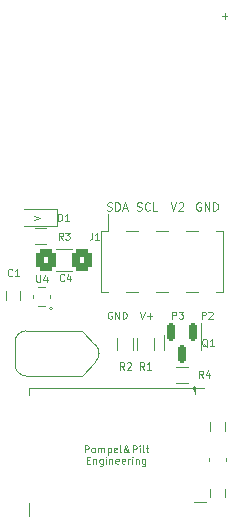
<source format=gbr>
%TF.GenerationSoftware,KiCad,Pcbnew,(6.0.0)*%
%TF.CreationDate,2022-02-13T23:40:39+01:00*%
%TF.ProjectId,LoraTrigger,4c6f7261-5472-4696-9767-65722e6b6963,rev?*%
%TF.SameCoordinates,Original*%
%TF.FileFunction,Legend,Top*%
%TF.FilePolarity,Positive*%
%FSLAX46Y46*%
G04 Gerber Fmt 4.6, Leading zero omitted, Abs format (unit mm)*
G04 Created by KiCad (PCBNEW (6.0.0)) date 2022-02-13 23:40:39*
%MOMM*%
%LPD*%
G01*
G04 APERTURE LIST*
G04 Aperture macros list*
%AMRoundRect*
0 Rectangle with rounded corners*
0 $1 Rounding radius*
0 $2 $3 $4 $5 $6 $7 $8 $9 X,Y pos of 4 corners*
0 Add a 4 corners polygon primitive as box body*
4,1,4,$2,$3,$4,$5,$6,$7,$8,$9,$2,$3,0*
0 Add four circle primitives for the rounded corners*
1,1,$1+$1,$2,$3*
1,1,$1+$1,$4,$5*
1,1,$1+$1,$6,$7*
1,1,$1+$1,$8,$9*
0 Add four rect primitives between the rounded corners*
20,1,$1+$1,$2,$3,$4,$5,0*
20,1,$1+$1,$4,$5,$6,$7,0*
20,1,$1+$1,$6,$7,$8,$9,0*
20,1,$1+$1,$8,$9,$2,$3,0*%
G04 Aperture macros list end*
%ADD10C,0.100000*%
%ADD11C,0.120000*%
%ADD12C,0.985520*%
%ADD13C,0.988060*%
%ADD14RoundRect,0.320754X0.529246X0.579246X-0.529246X0.579246X-0.529246X-0.579246X0.529246X-0.579246X0*%
%ADD15R,1.498600X0.698500*%
%ADD16RoundRect,0.150000X-0.150000X0.587500X-0.150000X-0.587500X0.150000X-0.587500X0.150000X0.587500X0*%
%ADD17R,1.200000X1.200000*%
%ADD18R,0.700000X0.900000*%
%ADD19R,0.900000X0.700000*%
%ADD20R,0.750000X0.900000*%
%ADD21R,1.000000X3.000000*%
%ADD22C,0.784860*%
%ADD23R,1.100000X0.300000*%
%ADD24R,1.200000X0.800000*%
G04 APERTURE END LIST*
D10*
X103241421Y-64500000D02*
G75*
G03*
X103241421Y-64500000I-141421J0D01*
G01*
X115766666Y-55550000D02*
X115700000Y-55516666D01*
X115600000Y-55516666D01*
X115500000Y-55550000D01*
X115433333Y-55616666D01*
X115400000Y-55683333D01*
X115366666Y-55816666D01*
X115366666Y-55916666D01*
X115400000Y-56050000D01*
X115433333Y-56116666D01*
X115500000Y-56183333D01*
X115600000Y-56216666D01*
X115666666Y-56216666D01*
X115766666Y-56183333D01*
X115800000Y-56150000D01*
X115800000Y-55916666D01*
X115666666Y-55916666D01*
X116100000Y-56216666D02*
X116100000Y-55516666D01*
X116500000Y-56216666D01*
X116500000Y-55516666D01*
X116833333Y-56216666D02*
X116833333Y-55516666D01*
X117000000Y-55516666D01*
X117100000Y-55550000D01*
X117166666Y-55616666D01*
X117200000Y-55683333D01*
X117233333Y-55816666D01*
X117233333Y-55916666D01*
X117200000Y-56050000D01*
X117166666Y-56116666D01*
X117100000Y-56183333D01*
X117000000Y-56216666D01*
X116833333Y-56216666D01*
X117571428Y-39742857D02*
X118028571Y-39742857D01*
X117800000Y-39971428D02*
X117800000Y-39514285D01*
X110628571Y-64771428D02*
X110828571Y-65371428D01*
X111028571Y-64771428D01*
X111228571Y-65142857D02*
X111685714Y-65142857D01*
X111457142Y-65371428D02*
X111457142Y-64914285D01*
X101671428Y-56671428D02*
X102128571Y-56842857D01*
X101671428Y-57014285D01*
X105942857Y-76688428D02*
X105942857Y-76088428D01*
X106171428Y-76088428D01*
X106228571Y-76117000D01*
X106257142Y-76145571D01*
X106285714Y-76202714D01*
X106285714Y-76288428D01*
X106257142Y-76345571D01*
X106228571Y-76374142D01*
X106171428Y-76402714D01*
X105942857Y-76402714D01*
X106628571Y-76688428D02*
X106571428Y-76659857D01*
X106542857Y-76631285D01*
X106514285Y-76574142D01*
X106514285Y-76402714D01*
X106542857Y-76345571D01*
X106571428Y-76317000D01*
X106628571Y-76288428D01*
X106714285Y-76288428D01*
X106771428Y-76317000D01*
X106800000Y-76345571D01*
X106828571Y-76402714D01*
X106828571Y-76574142D01*
X106800000Y-76631285D01*
X106771428Y-76659857D01*
X106714285Y-76688428D01*
X106628571Y-76688428D01*
X107085714Y-76688428D02*
X107085714Y-76288428D01*
X107085714Y-76345571D02*
X107114285Y-76317000D01*
X107171428Y-76288428D01*
X107257142Y-76288428D01*
X107314285Y-76317000D01*
X107342857Y-76374142D01*
X107342857Y-76688428D01*
X107342857Y-76374142D02*
X107371428Y-76317000D01*
X107428571Y-76288428D01*
X107514285Y-76288428D01*
X107571428Y-76317000D01*
X107600000Y-76374142D01*
X107600000Y-76688428D01*
X107885714Y-76288428D02*
X107885714Y-76888428D01*
X107885714Y-76317000D02*
X107942857Y-76288428D01*
X108057142Y-76288428D01*
X108114285Y-76317000D01*
X108142857Y-76345571D01*
X108171428Y-76402714D01*
X108171428Y-76574142D01*
X108142857Y-76631285D01*
X108114285Y-76659857D01*
X108057142Y-76688428D01*
X107942857Y-76688428D01*
X107885714Y-76659857D01*
X108657142Y-76659857D02*
X108600000Y-76688428D01*
X108485714Y-76688428D01*
X108428571Y-76659857D01*
X108400000Y-76602714D01*
X108400000Y-76374142D01*
X108428571Y-76317000D01*
X108485714Y-76288428D01*
X108600000Y-76288428D01*
X108657142Y-76317000D01*
X108685714Y-76374142D01*
X108685714Y-76431285D01*
X108400000Y-76488428D01*
X109028571Y-76688428D02*
X108971428Y-76659857D01*
X108942857Y-76602714D01*
X108942857Y-76088428D01*
X109742857Y-76688428D02*
X109714285Y-76688428D01*
X109657142Y-76659857D01*
X109571428Y-76574142D01*
X109428571Y-76402714D01*
X109371428Y-76317000D01*
X109342857Y-76231285D01*
X109342857Y-76174142D01*
X109371428Y-76117000D01*
X109428571Y-76088428D01*
X109457142Y-76088428D01*
X109514285Y-76117000D01*
X109542857Y-76174142D01*
X109542857Y-76202714D01*
X109514285Y-76259857D01*
X109485714Y-76288428D01*
X109314285Y-76402714D01*
X109285714Y-76431285D01*
X109257142Y-76488428D01*
X109257142Y-76574142D01*
X109285714Y-76631285D01*
X109314285Y-76659857D01*
X109371428Y-76688428D01*
X109457142Y-76688428D01*
X109514285Y-76659857D01*
X109542857Y-76631285D01*
X109628571Y-76517000D01*
X109657142Y-76431285D01*
X109657142Y-76374142D01*
X110000000Y-76688428D02*
X110000000Y-76088428D01*
X110228571Y-76088428D01*
X110285714Y-76117000D01*
X110314285Y-76145571D01*
X110342857Y-76202714D01*
X110342857Y-76288428D01*
X110314285Y-76345571D01*
X110285714Y-76374142D01*
X110228571Y-76402714D01*
X110000000Y-76402714D01*
X110600000Y-76688428D02*
X110600000Y-76288428D01*
X110600000Y-76088428D02*
X110571428Y-76117000D01*
X110600000Y-76145571D01*
X110628571Y-76117000D01*
X110600000Y-76088428D01*
X110600000Y-76145571D01*
X110971428Y-76688428D02*
X110914285Y-76659857D01*
X110885714Y-76602714D01*
X110885714Y-76088428D01*
X111114285Y-76288428D02*
X111342857Y-76288428D01*
X111200000Y-76088428D02*
X111200000Y-76602714D01*
X111228571Y-76659857D01*
X111285714Y-76688428D01*
X111342857Y-76688428D01*
X106128571Y-77340142D02*
X106328571Y-77340142D01*
X106414285Y-77654428D02*
X106128571Y-77654428D01*
X106128571Y-77054428D01*
X106414285Y-77054428D01*
X106671428Y-77254428D02*
X106671428Y-77654428D01*
X106671428Y-77311571D02*
X106700000Y-77283000D01*
X106757142Y-77254428D01*
X106842857Y-77254428D01*
X106900000Y-77283000D01*
X106928571Y-77340142D01*
X106928571Y-77654428D01*
X107471428Y-77254428D02*
X107471428Y-77740142D01*
X107442857Y-77797285D01*
X107414285Y-77825857D01*
X107357142Y-77854428D01*
X107271428Y-77854428D01*
X107214285Y-77825857D01*
X107471428Y-77625857D02*
X107414285Y-77654428D01*
X107300000Y-77654428D01*
X107242857Y-77625857D01*
X107214285Y-77597285D01*
X107185714Y-77540142D01*
X107185714Y-77368714D01*
X107214285Y-77311571D01*
X107242857Y-77283000D01*
X107300000Y-77254428D01*
X107414285Y-77254428D01*
X107471428Y-77283000D01*
X107757142Y-77654428D02*
X107757142Y-77254428D01*
X107757142Y-77054428D02*
X107728571Y-77083000D01*
X107757142Y-77111571D01*
X107785714Y-77083000D01*
X107757142Y-77054428D01*
X107757142Y-77111571D01*
X108042857Y-77254428D02*
X108042857Y-77654428D01*
X108042857Y-77311571D02*
X108071428Y-77283000D01*
X108128571Y-77254428D01*
X108214285Y-77254428D01*
X108271428Y-77283000D01*
X108300000Y-77340142D01*
X108300000Y-77654428D01*
X108814285Y-77625857D02*
X108757142Y-77654428D01*
X108642857Y-77654428D01*
X108585714Y-77625857D01*
X108557142Y-77568714D01*
X108557142Y-77340142D01*
X108585714Y-77283000D01*
X108642857Y-77254428D01*
X108757142Y-77254428D01*
X108814285Y-77283000D01*
X108842857Y-77340142D01*
X108842857Y-77397285D01*
X108557142Y-77454428D01*
X109328571Y-77625857D02*
X109271428Y-77654428D01*
X109157142Y-77654428D01*
X109100000Y-77625857D01*
X109071428Y-77568714D01*
X109071428Y-77340142D01*
X109100000Y-77283000D01*
X109157142Y-77254428D01*
X109271428Y-77254428D01*
X109328571Y-77283000D01*
X109357142Y-77340142D01*
X109357142Y-77397285D01*
X109071428Y-77454428D01*
X109614285Y-77654428D02*
X109614285Y-77254428D01*
X109614285Y-77368714D02*
X109642857Y-77311571D01*
X109671428Y-77283000D01*
X109728571Y-77254428D01*
X109785714Y-77254428D01*
X109985714Y-77654428D02*
X109985714Y-77254428D01*
X109985714Y-77054428D02*
X109957142Y-77083000D01*
X109985714Y-77111571D01*
X110014285Y-77083000D01*
X109985714Y-77054428D01*
X109985714Y-77111571D01*
X110271428Y-77254428D02*
X110271428Y-77654428D01*
X110271428Y-77311571D02*
X110300000Y-77283000D01*
X110357142Y-77254428D01*
X110442857Y-77254428D01*
X110500000Y-77283000D01*
X110528571Y-77340142D01*
X110528571Y-77654428D01*
X111071428Y-77254428D02*
X111071428Y-77740142D01*
X111042857Y-77797285D01*
X111014285Y-77825857D01*
X110957142Y-77854428D01*
X110871428Y-77854428D01*
X110814285Y-77825857D01*
X111071428Y-77625857D02*
X111014285Y-77654428D01*
X110900000Y-77654428D01*
X110842857Y-77625857D01*
X110814285Y-77597285D01*
X110785714Y-77540142D01*
X110785714Y-77368714D01*
X110814285Y-77311571D01*
X110842857Y-77283000D01*
X110900000Y-77254428D01*
X111014285Y-77254428D01*
X111071428Y-77283000D01*
X108242857Y-64800000D02*
X108185714Y-64771428D01*
X108100000Y-64771428D01*
X108014285Y-64800000D01*
X107957142Y-64857142D01*
X107928571Y-64914285D01*
X107900000Y-65028571D01*
X107900000Y-65114285D01*
X107928571Y-65228571D01*
X107957142Y-65285714D01*
X108014285Y-65342857D01*
X108100000Y-65371428D01*
X108157142Y-65371428D01*
X108242857Y-65342857D01*
X108271428Y-65314285D01*
X108271428Y-65114285D01*
X108157142Y-65114285D01*
X108528571Y-65371428D02*
X108528571Y-64771428D01*
X108871428Y-65371428D01*
X108871428Y-64771428D01*
X109157142Y-65371428D02*
X109157142Y-64771428D01*
X109300000Y-64771428D01*
X109385714Y-64800000D01*
X109442857Y-64857142D01*
X109471428Y-64914285D01*
X109500000Y-65028571D01*
X109500000Y-65114285D01*
X109471428Y-65228571D01*
X109442857Y-65285714D01*
X109385714Y-65342857D01*
X109300000Y-65371428D01*
X109157142Y-65371428D01*
X115857142Y-65371428D02*
X115857142Y-64771428D01*
X116085714Y-64771428D01*
X116142857Y-64800000D01*
X116171428Y-64828571D01*
X116200000Y-64885714D01*
X116200000Y-64971428D01*
X116171428Y-65028571D01*
X116142857Y-65057142D01*
X116085714Y-65085714D01*
X115857142Y-65085714D01*
X116428571Y-64828571D02*
X116457142Y-64800000D01*
X116514285Y-64771428D01*
X116657142Y-64771428D01*
X116714285Y-64800000D01*
X116742857Y-64828571D01*
X116771428Y-64885714D01*
X116771428Y-64942857D01*
X116742857Y-65028571D01*
X116400000Y-65371428D01*
X116771428Y-65371428D01*
X110366666Y-56183333D02*
X110466666Y-56216666D01*
X110633333Y-56216666D01*
X110700000Y-56183333D01*
X110733333Y-56150000D01*
X110766666Y-56083333D01*
X110766666Y-56016666D01*
X110733333Y-55950000D01*
X110700000Y-55916666D01*
X110633333Y-55883333D01*
X110500000Y-55850000D01*
X110433333Y-55816666D01*
X110400000Y-55783333D01*
X110366666Y-55716666D01*
X110366666Y-55650000D01*
X110400000Y-55583333D01*
X110433333Y-55550000D01*
X110500000Y-55516666D01*
X110666666Y-55516666D01*
X110766666Y-55550000D01*
X111466666Y-56150000D02*
X111433333Y-56183333D01*
X111333333Y-56216666D01*
X111266666Y-56216666D01*
X111166666Y-56183333D01*
X111100000Y-56116666D01*
X111066666Y-56050000D01*
X111033333Y-55916666D01*
X111033333Y-55816666D01*
X111066666Y-55683333D01*
X111100000Y-55616666D01*
X111166666Y-55550000D01*
X111266666Y-55516666D01*
X111333333Y-55516666D01*
X111433333Y-55550000D01*
X111466666Y-55583333D01*
X112100000Y-56216666D02*
X111766666Y-56216666D01*
X111766666Y-55516666D01*
X113357142Y-65371428D02*
X113357142Y-64771428D01*
X113585714Y-64771428D01*
X113642857Y-64800000D01*
X113671428Y-64828571D01*
X113700000Y-64885714D01*
X113700000Y-64971428D01*
X113671428Y-65028571D01*
X113642857Y-65057142D01*
X113585714Y-65085714D01*
X113357142Y-65085714D01*
X113900000Y-64771428D02*
X114271428Y-64771428D01*
X114071428Y-65000000D01*
X114157142Y-65000000D01*
X114214285Y-65028571D01*
X114242857Y-65057142D01*
X114271428Y-65114285D01*
X114271428Y-65257142D01*
X114242857Y-65314285D01*
X114214285Y-65342857D01*
X114157142Y-65371428D01*
X113985714Y-65371428D01*
X113928571Y-65342857D01*
X113900000Y-65314285D01*
X113233333Y-55516666D02*
X113466666Y-56216666D01*
X113700000Y-55516666D01*
X113900000Y-55583333D02*
X113933333Y-55550000D01*
X114000000Y-55516666D01*
X114166666Y-55516666D01*
X114233333Y-55550000D01*
X114266666Y-55583333D01*
X114300000Y-55650000D01*
X114300000Y-55716666D01*
X114266666Y-55816666D01*
X113866666Y-56216666D01*
X114300000Y-56216666D01*
X107850000Y-56183333D02*
X107950000Y-56216666D01*
X108116666Y-56216666D01*
X108183333Y-56183333D01*
X108216666Y-56150000D01*
X108250000Y-56083333D01*
X108250000Y-56016666D01*
X108216666Y-55950000D01*
X108183333Y-55916666D01*
X108116666Y-55883333D01*
X107983333Y-55850000D01*
X107916666Y-55816666D01*
X107883333Y-55783333D01*
X107850000Y-55716666D01*
X107850000Y-55650000D01*
X107883333Y-55583333D01*
X107916666Y-55550000D01*
X107983333Y-55516666D01*
X108150000Y-55516666D01*
X108250000Y-55550000D01*
X108550000Y-56216666D02*
X108550000Y-55516666D01*
X108716666Y-55516666D01*
X108816666Y-55550000D01*
X108883333Y-55616666D01*
X108916666Y-55683333D01*
X108950000Y-55816666D01*
X108950000Y-55916666D01*
X108916666Y-56050000D01*
X108883333Y-56116666D01*
X108816666Y-56183333D01*
X108716666Y-56216666D01*
X108550000Y-56216666D01*
X109216666Y-56016666D02*
X109550000Y-56016666D01*
X109150000Y-56216666D02*
X109383333Y-55516666D01*
X109616666Y-56216666D01*
X104200000Y-62114285D02*
X104171428Y-62142857D01*
X104085714Y-62171428D01*
X104028571Y-62171428D01*
X103942857Y-62142857D01*
X103885714Y-62085714D01*
X103857142Y-62028571D01*
X103828571Y-61914285D01*
X103828571Y-61828571D01*
X103857142Y-61714285D01*
X103885714Y-61657142D01*
X103942857Y-61600000D01*
X104028571Y-61571428D01*
X104085714Y-61571428D01*
X104171428Y-61600000D01*
X104200000Y-61628571D01*
X104714285Y-61771428D02*
X104714285Y-62171428D01*
X104571428Y-61542857D02*
X104428571Y-61971428D01*
X104800000Y-61971428D01*
X116342857Y-67728571D02*
X116285714Y-67700000D01*
X116228571Y-67642857D01*
X116142857Y-67557142D01*
X116085714Y-67528571D01*
X116028571Y-67528571D01*
X116057142Y-67671428D02*
X116000000Y-67642857D01*
X115942857Y-67585714D01*
X115914285Y-67471428D01*
X115914285Y-67271428D01*
X115942857Y-67157142D01*
X116000000Y-67100000D01*
X116057142Y-67071428D01*
X116171428Y-67071428D01*
X116228571Y-67100000D01*
X116285714Y-67157142D01*
X116314285Y-67271428D01*
X116314285Y-67471428D01*
X116285714Y-67585714D01*
X116228571Y-67642857D01*
X116171428Y-67671428D01*
X116057142Y-67671428D01*
X116885714Y-67671428D02*
X116542857Y-67671428D01*
X116714285Y-67671428D02*
X116714285Y-67071428D01*
X116657142Y-67157142D01*
X116600000Y-67214285D01*
X116542857Y-67242857D01*
X103707142Y-57071428D02*
X103707142Y-56471428D01*
X103850000Y-56471428D01*
X103935714Y-56500000D01*
X103992857Y-56557142D01*
X104021428Y-56614285D01*
X104050000Y-56728571D01*
X104050000Y-56814285D01*
X104021428Y-56928571D01*
X103992857Y-56985714D01*
X103935714Y-57042857D01*
X103850000Y-57071428D01*
X103707142Y-57071428D01*
X104621428Y-57071428D02*
X104278571Y-57071428D01*
X104450000Y-57071428D02*
X104450000Y-56471428D01*
X104392857Y-56557142D01*
X104335714Y-56614285D01*
X104278571Y-56642857D01*
X104100000Y-58671428D02*
X103900000Y-58385714D01*
X103757142Y-58671428D02*
X103757142Y-58071428D01*
X103985714Y-58071428D01*
X104042857Y-58100000D01*
X104071428Y-58128571D01*
X104100000Y-58185714D01*
X104100000Y-58271428D01*
X104071428Y-58328571D01*
X104042857Y-58357142D01*
X103985714Y-58385714D01*
X103757142Y-58385714D01*
X104300000Y-58071428D02*
X104671428Y-58071428D01*
X104471428Y-58300000D01*
X104557142Y-58300000D01*
X104614285Y-58328571D01*
X104642857Y-58357142D01*
X104671428Y-58414285D01*
X104671428Y-58557142D01*
X104642857Y-58614285D01*
X104614285Y-58642857D01*
X104557142Y-58671428D01*
X104385714Y-58671428D01*
X104328571Y-58642857D01*
X104300000Y-58614285D01*
X111000000Y-69671428D02*
X110800000Y-69385714D01*
X110657142Y-69671428D02*
X110657142Y-69071428D01*
X110885714Y-69071428D01*
X110942857Y-69100000D01*
X110971428Y-69128571D01*
X111000000Y-69185714D01*
X111000000Y-69271428D01*
X110971428Y-69328571D01*
X110942857Y-69357142D01*
X110885714Y-69385714D01*
X110657142Y-69385714D01*
X111571428Y-69671428D02*
X111228571Y-69671428D01*
X111400000Y-69671428D02*
X111400000Y-69071428D01*
X111342857Y-69157142D01*
X111285714Y-69214285D01*
X111228571Y-69242857D01*
X109300000Y-69671428D02*
X109100000Y-69385714D01*
X108957142Y-69671428D02*
X108957142Y-69071428D01*
X109185714Y-69071428D01*
X109242857Y-69100000D01*
X109271428Y-69128571D01*
X109300000Y-69185714D01*
X109300000Y-69271428D01*
X109271428Y-69328571D01*
X109242857Y-69357142D01*
X109185714Y-69385714D01*
X108957142Y-69385714D01*
X109528571Y-69128571D02*
X109557142Y-69100000D01*
X109614285Y-69071428D01*
X109757142Y-69071428D01*
X109814285Y-69100000D01*
X109842857Y-69128571D01*
X109871428Y-69185714D01*
X109871428Y-69242857D01*
X109842857Y-69328571D01*
X109500000Y-69671428D01*
X109871428Y-69671428D01*
X116000000Y-70371428D02*
X115800000Y-70085714D01*
X115657142Y-70371428D02*
X115657142Y-69771428D01*
X115885714Y-69771428D01*
X115942857Y-69800000D01*
X115971428Y-69828571D01*
X116000000Y-69885714D01*
X116000000Y-69971428D01*
X115971428Y-70028571D01*
X115942857Y-70057142D01*
X115885714Y-70085714D01*
X115657142Y-70085714D01*
X116514285Y-69971428D02*
X116514285Y-70371428D01*
X116371428Y-69742857D02*
X116228571Y-70171428D01*
X116600000Y-70171428D01*
X106600000Y-58071428D02*
X106600000Y-58500000D01*
X106571428Y-58585714D01*
X106514285Y-58642857D01*
X106428571Y-58671428D01*
X106371428Y-58671428D01*
X107200000Y-58671428D02*
X106857142Y-58671428D01*
X107028571Y-58671428D02*
X107028571Y-58071428D01*
X106971428Y-58157142D01*
X106914285Y-58214285D01*
X106857142Y-58242857D01*
X101842857Y-61671428D02*
X101842857Y-62157142D01*
X101871428Y-62214285D01*
X101900000Y-62242857D01*
X101957142Y-62271428D01*
X102071428Y-62271428D01*
X102128571Y-62242857D01*
X102157142Y-62214285D01*
X102185714Y-62157142D01*
X102185714Y-61671428D01*
X102728571Y-61871428D02*
X102728571Y-62271428D01*
X102585714Y-61642857D02*
X102442857Y-62071428D01*
X102814285Y-62071428D01*
X99800000Y-61714285D02*
X99771428Y-61742857D01*
X99685714Y-61771428D01*
X99628571Y-61771428D01*
X99542857Y-61742857D01*
X99485714Y-61685714D01*
X99457142Y-61628571D01*
X99428571Y-61514285D01*
X99428571Y-61428571D01*
X99457142Y-61314285D01*
X99485714Y-61257142D01*
X99542857Y-61200000D01*
X99628571Y-61171428D01*
X99685714Y-61171428D01*
X99771428Y-61200000D01*
X99800000Y-61228571D01*
X100371428Y-61771428D02*
X100028571Y-61771428D01*
X100200000Y-61771428D02*
X100200000Y-61171428D01*
X100142857Y-61257142D01*
X100085714Y-61314285D01*
X100028571Y-61342857D01*
D11*
X104911252Y-61310000D02*
X103488748Y-61310000D01*
X104911252Y-59490000D02*
X103488748Y-59490000D01*
D10*
X101242280Y-71845210D02*
X101242280Y-71263550D01*
X101247360Y-82055930D02*
X101247360Y-80979050D01*
X102644360Y-71255930D02*
X115242760Y-71255930D01*
X102644360Y-71255930D02*
X102644360Y-71255930D01*
X115242760Y-80854590D02*
X116240980Y-80854590D01*
X101244820Y-71255930D02*
X115242760Y-71255930D01*
X115242760Y-71106070D02*
X115242760Y-71255930D01*
X115242760Y-71509930D02*
X115242760Y-71405790D01*
X115242760Y-71255930D02*
X115242760Y-71255930D01*
X115242760Y-71255930D02*
X102644360Y-71255930D01*
X115242760Y-71405790D02*
X115242760Y-71255930D01*
X116040320Y-71255930D02*
X115242760Y-71255930D01*
X115247840Y-71258470D02*
X115247840Y-71776630D01*
X115242760Y-71405790D02*
G75*
G03*
X115242760Y-71106070I0J149860D01*
G01*
X115242760Y-71106070D02*
G75*
G03*
X115242760Y-71405790I0J-149860D01*
G01*
D11*
X112640000Y-67400000D02*
X112640000Y-68050000D01*
X112640000Y-67400000D02*
X112640000Y-66750000D01*
X115760000Y-67400000D02*
X115760000Y-68050000D01*
X115760000Y-67400000D02*
X115760000Y-65725000D01*
D10*
X103600000Y-56100000D02*
X100800000Y-56100000D01*
X103600000Y-57500000D02*
X103600000Y-56100000D01*
X103600000Y-57500000D02*
X100800000Y-57500000D01*
X102700000Y-59080000D02*
X101700000Y-59080000D01*
X101700000Y-57720000D02*
X102700000Y-57720000D01*
X111780000Y-67000000D02*
X111780000Y-68000000D01*
X110420000Y-68000000D02*
X110420000Y-67000000D01*
X108720000Y-68000000D02*
X108720000Y-67000000D01*
X110080000Y-67000000D02*
X110080000Y-68000000D01*
X116600000Y-80450000D02*
X116600000Y-79750000D01*
X117800000Y-79750000D02*
X117800000Y-80450000D01*
X113700000Y-69420000D02*
X114700000Y-69420000D01*
X114700000Y-70780000D02*
X113700000Y-70780000D01*
X111990000Y-57900000D02*
X113010000Y-57900000D01*
X109450000Y-57900000D02*
X110470000Y-57900000D01*
X114530000Y-63100000D02*
X115550000Y-63100000D01*
X109450000Y-63100000D02*
X110470000Y-63100000D01*
X117070000Y-57900000D02*
X117640000Y-57900000D01*
X107360000Y-63100000D02*
X107360000Y-57900000D01*
X107360000Y-57900000D02*
X107930000Y-57900000D01*
X111990000Y-63100000D02*
X113010000Y-63100000D01*
X117070000Y-63100000D02*
X117640000Y-63100000D01*
X117640000Y-63100000D02*
X117640000Y-57900000D01*
X114530000Y-57900000D02*
X115550000Y-57900000D01*
X107930000Y-57900000D02*
X107930000Y-56540000D01*
X107360000Y-63100000D02*
X107930000Y-63100000D01*
X106863900Y-69023900D02*
X105682800Y-70205000D01*
X100996500Y-66395000D02*
X105682800Y-66395000D01*
X106863900Y-67576100D02*
X105682800Y-66395000D01*
X100044000Y-69252500D02*
X100044000Y-67347500D01*
X100996500Y-70205000D02*
X105682800Y-70205000D01*
X100996500Y-66395000D02*
G75*
G03*
X100044000Y-67347500I1J-952501D01*
G01*
X106863900Y-69023900D02*
G75*
G03*
X106863900Y-67576100I-723901J723900D01*
G01*
X100044000Y-69252500D02*
G75*
G03*
X100996500Y-70205000I952501J1D01*
G01*
X103000000Y-63600000D02*
X103000000Y-63400000D01*
X102600000Y-62700000D02*
X102000000Y-62700000D01*
X102600000Y-64300000D02*
X102000000Y-64300000D01*
X101600000Y-63600000D02*
X101600000Y-63400000D01*
X116600000Y-74850000D02*
X116600000Y-74150000D01*
X117800000Y-74150000D02*
X117800000Y-74850000D01*
X117900000Y-77200000D02*
X117900000Y-77400000D01*
X116500000Y-77200000D02*
X116500000Y-77400000D01*
X99300000Y-63750000D02*
X99300000Y-63050000D01*
X100500000Y-63050000D02*
X100500000Y-63750000D01*
D12*
X101060000Y-69316000D03*
X101060000Y-67284000D03*
D13*
X106140000Y-68300000D03*
%LPC*%
D14*
X105762500Y-60400000D03*
X102637500Y-60400000D03*
D15*
X115242760Y-80054490D03*
X115242760Y-78954670D03*
X115242760Y-77854850D03*
X115242760Y-76755030D03*
X115242760Y-75655210D03*
X115242760Y-74555390D03*
X115242760Y-73455570D03*
X115242760Y-72355750D03*
X101244820Y-72355750D03*
X101244820Y-73455570D03*
X101244820Y-74555390D03*
X101244820Y-75655210D03*
X101244820Y-76755030D03*
X101244820Y-77854850D03*
X101244820Y-78954670D03*
X101244820Y-80054490D03*
D16*
X115150000Y-66462500D03*
X113250000Y-66462500D03*
X114200000Y-68337500D03*
D17*
X100700000Y-56800000D03*
X102900000Y-56800000D03*
D18*
X103050000Y-58400000D03*
X101350000Y-58400000D03*
D19*
X111100000Y-68350000D03*
X111100000Y-66650000D03*
X109400000Y-68350000D03*
X109400000Y-66650000D03*
D20*
X117200000Y-79300000D03*
X117200000Y-80900000D03*
D18*
X115050000Y-70100000D03*
X113350000Y-70100000D03*
D21*
X108690000Y-57980000D03*
X108690000Y-63020000D03*
X111230000Y-57980000D03*
X111230000Y-63020000D03*
X113770000Y-57980000D03*
X113770000Y-63020000D03*
X116310000Y-57980000D03*
X116310000Y-63020000D03*
D12*
X101060000Y-69316000D03*
X101060000Y-67284000D03*
D13*
X106140000Y-68300000D03*
D22*
X104870000Y-67665000D03*
X104870000Y-68935000D03*
X103600000Y-67665000D03*
X103600000Y-68935000D03*
X102330000Y-67665000D03*
X102330000Y-68935000D03*
D23*
X103200000Y-63900000D03*
X103200000Y-63100000D03*
X101400000Y-63100000D03*
X101400000Y-63900000D03*
D20*
X117200000Y-75300000D03*
X117200000Y-73700000D03*
D24*
X117200000Y-76700000D03*
X117200000Y-77900000D03*
D20*
X99900000Y-62600000D03*
X99900000Y-64200000D03*
M02*

</source>
